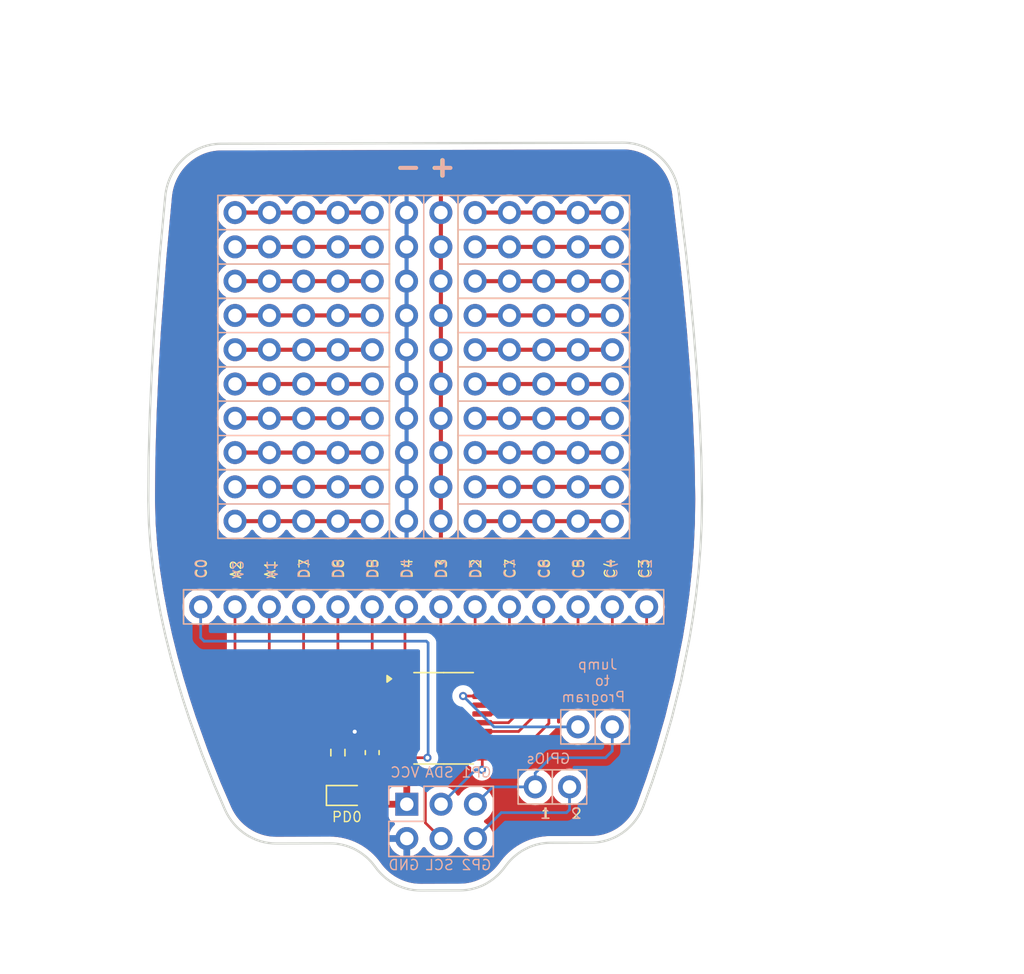
<source format=kicad_pcb>
(kicad_pcb (version 20240108) (generator "pcbnew") (generator_version "8.0")
  (layers (0 "F.Cu" signal) (31 "B.Cu" signal) (34 "B.Paste" user) (35 "F.Paste" user) (36 "B.SilkS" user "B.Silkscreen") (37 "F.SilkS" user "F.Silkscreen") (38 "B.Mask" user) (39 "F.Mask" user) (44 "Edge.Cuts" user))
  (net 0 "")
  (net 1 "GND")
  (net 2 "VCC")
  (net 3 "Net-(D1-K)")
  (net 4 "Net-(J1-SCL)")
  (net 5 "Net-(J1-GPIO1)")
  (net 6 "Net-(J1-SDA)")
  (net 7 "Net-(J1-GPIO2)")
  (net 8 "Net-(J2-Pin_1)")
  (net 9 "/PC0")
  (net 10 "Net-(U1-PD0)")
  (net 11 "/PA1")
  (net 12 "/PA2")
  (net 13 "/PD5")
  (net 14 "/PD4")
  (net 15 "/PD7")
  (net 16 "/PD6")
  (net 17 "/PD2")
  (net 18 "/PD3")
  (net 19 "/PC7")
  (net 20 "/PC5")
  (net 21 "/PC4")
  (net 22 "/PC6")
  (net 23 "/PC3")
  (net 24 "row1")
  (net 25 "row2")
  (net 26 "row3")
  (net 27 "row11")
  (footprint "Capacitor_SMD:C_0603_1608Metric" (layer "F.Cu") (at 139.7 117.475 90)
    (property "Reference" "C1" (hide yes))
    (property "Value" "100 nF" (hide yes))
  )
  (footprint "Library:PinHeader_1x10_P2.54mm_Vertical" (layer "F.Cu") (at 144.785 77.47)
    (property "Reference" "REF**" (hide yes))
    (property "Value" "PinHeader_1x10_P2.54mm_Vertical" (hide yes))
  )
  (footprint "Library:PinHeader_1x05_P2.54mm_Row" (layer "F.Cu") (at 129.545 87.63 90)
    (property "Reference" "REF**" (hide yes))
    (property "Value" "PinHeader_1x05_P2.54mm_Row" (hide yes))
  )
  (footprint "Library:PinHeader_1x05_P2.54mm_Row" (layer "F.Cu") (at 157.48 90.17 -90)
    (property "Reference" "REF**" (hide yes))
    (property "Value" "PinHeader_1x05_P2.54mm_Row" (hide yes))
  )
  (footprint "Library:PinHeader_1x05_P2.54mm_Row" (layer "F.Cu") (at 129.545 77.47 90)
    (property "Reference" "REF**" (hide yes))
    (property "Value" "PinHeader_1x05_P2.54mm_Row" (hide yes))
  )
  (footprint "Library:PinHeader_1x05_P2.54mm_Row" (layer "F.Cu") (at 157.48 77.47 -90)
    (property "Reference" "REF**" (hide yes))
    (property "Value" "PinHeader_1x05_P2.54mm_Row" (hide yes))
  )
  (footprint "Library:PinHeader_1x05_P2.54mm_Row" (layer "F.Cu") (at 129.545 92.71 90)
    (property "Reference" "REF**" (hide yes))
    (property "Value" "PinHeader_1x05_P2.54mm_Row" (hide yes))
  )
  (footprint "Library:PinHeader_1x02_P2.54mm" (layer "F.Cu") (at 154.935 115.57 90)
    (property "Reference" "J2" (hide yes))
    (property "Value" "Programming: Jump Me" (hide yes))
  )
  (footprint "Library:PinHeader_1x05_P2.54mm_Row" (layer "F.Cu") (at 157.48 80.01 -90)
    (property "Reference" "REF**" (hide yes))
    (property "Value" "PinHeader_1x05_P2.54mm_Row" (hide yes))
  )
  (footprint "Library:PinHeader_1x05_P2.54mm_Row" (layer "F.Cu") (at 129.545 80.01 90)
    (property "Reference" "REF**" (hide yes))
    (property "Value" "PinHeader_1x05_P2.54mm_Row" (hide yes))
  )
  (footprint "Library:PinHeader_1x05_P2.54mm_Row" (layer "F.Cu") (at 157.48 97.79 -90)
    (property "Reference" "REF**" (hide yes))
    (property "Value" "PinHeader_1x05_P2.54mm_Row" (hide yes))
  )
  (footprint "Package_SO:TSSOP-20_4.4x6.5mm_P0.65mm" (layer "F.Cu") (at 144.9875 114.935)
    (property "Reference" "U1" (hide yes))
    (property "Value" "CH32V003FxPx" (hide yes))
  )
  (footprint "LED_SMD:LED_0603_1608Metric" (layer "F.Cu") (at 137.795 120.65)
    (property "Reference" "D1" (hide yes))
    (property "Value" "LED" (hide yes))
  )
  (footprint "Library:PinHeader_1x05_P2.54mm_Row" (layer "F.Cu") (at 129.545 100.33 90)
    (property "Reference" "REF**" (hide yes))
    (property "Value" "PinHeader_1x05_P2.54mm_Row" (hide yes))
  )
  (footprint "Library:PinHeader_1x05_P2.54mm_Row" (layer "F.Cu") (at 129.545 97.79 90)
    (property "Reference" "REF**" (hide yes))
    (property "Value" "PinHeader_1x05_P2.54mm_Row" (hide yes))
  )
  (footprint "Library:PinHeader_1x05_P2.54mm_Row" (layer "F.Cu") (at 157.48 87.63 -90)
    (property "Reference" "REF**" (hide yes))
    (property "Value" "PinHeader_1x05_P2.54mm_Row" (hide yes))
  )
  (footprint "Library:PinHeader_1x05_P2.54mm_Row" (layer "F.Cu") (at 157.48 82.55 -90)
    (property "Reference" "REF**" (hide yes))
    (property "Value" "PinHeader_1x05_P2.54mm_Row" (hide yes))
  )
  (footprint "Library:PinHeader_1x05_P2.54mm_Row" (layer "F.Cu") (at 129.545 95.25 90)
    (property "Reference" "REF**" (hide yes))
    (property "Value" "PinHeader_1x05_P2.54mm_Row" (hide yes))
  )
  (footprint "Library:PinHeader_1x10_P2.54mm_Vertical" (layer "F.Cu") (at 142.245 77.47)
    (property "Reference" "REF**" (hide yes))
    (property "Value" "PinHeader_1x10_P2.54mm_Vertical" (hide yes))
  )
  (footprint "Library:PinHeader_1x05_P2.54mm_Row" (layer "F.Cu") (at 157.48 95.25 -90)
    (property "Reference" "REF**" (hide yes))
    (property "Value" "PinHeader_1x05_P2.54mm_Row" (hide yes))
  )
  (footprint "Library:PinHeader_1x05_P2.54mm_Row" (layer "F.Cu") (at 157.48 100.33 -90)
    (property "Reference" "REF**" (hide yes))
    (property "Value" "PinHeader_1x05_P2.54mm_Row" (hide yes))
  )
  (footprint "Library:PinHeader_1x14_P2.54mm" (layer "F.Cu") (at 127 106.68 90)
    (property "Reference" "J4" (hide yes))
    (property "Value" "Jumpers" (hide yes))
  )
  (footprint "Library:PinHeader_1x05_P2.54mm_Row" (layer "F.Cu") (at 129.545 82.55 90)
    (property "Reference" "REF**" (hide yes))
    (property "Value" "PinHeader_1x05_P2.54mm_Row" (hide yes))
  )
  (footprint "Fiducial:Fiducial_1mm_Mask2mm" (layer "F.Cu") (at 132.334 121.92)
    (property "Reference" "FID1" (hide yes))
    (property "Value" "Fiducial" (hide yes))
  )
  (footprint "Resistor_SMD:R_0603_1608Metric" (layer "F.Cu") (at 137.16 117.475 90)
    (property "Reference" "R2" (hide yes))
    (property "Value" "R" (hide yes))
  )
  (footprint "Library:PinHeader_1x05_P2.54mm_Row" (layer "F.Cu") (at 129.545 85.09 90)
    (property "Reference" "REF**" (hide yes))
    (property "Value" "PinHeader_1x05_P2.54mm_Row" (hide yes))
  )
  (footprint "Library:PinHeader_1x05_P2.54mm_Row" (layer "F.Cu") (at 157.48 85.09 -90)
    (property "Reference" "REF**" (hide yes))
    (property "Value" "PinHeader_1x05_P2.54mm_Row" (hide yes))
  )
  (footprint "Library:PinHeader_1x05_P2.54mm_Row" (layer "F.Cu") (at 157.48 92.71 -90)
    (property "Reference" "REF**" (hide yes))
    (property "Value" "PinHeader_1x05_P2.54mm_Row" (hide yes))
  )
  (footprint "Fiducial:Fiducial_1mm_Mask2mm" (layer "F.Cu") (at 157.734 120.015)
    (property "Reference" "FID2" (hide yes))
    (property "Value" "Fiducial" (hide yes))
  )
  (footprint "Library:PinHeader_1x02_P2.54mm" (layer "F.Cu") (at 154.31 120.015 -90)
    (property "Reference" "J3" (hide yes))
    (property "Value" "GPIOs" (hide yes))
  )
  (footprint "Library:PinHeader_1x05_P2.54mm_Row" (layer "F.Cu") (at 129.545 90.17 90)
    (property "Reference" "REF**" (hide yes))
    (property "Value" "PinHeader_1x05_P2.54mm_Row" (hide yes))
  )
  (footprint "Connector_PinHeader_2.54mm:PinHeader_2x03_P2.54mm_Vertical" (layer "B.Cu") (at 142.26 121.3 -90)
    (property "Reference" "J1" (hide yes))
    (property "Value" "Simple_Addon_v2" (hide yes))
  )
  (gr_poly (pts (xy 158.459941 72.293969) (xy 158.653203 72.30732) (xy 158.844173 72.329715) (xy 159.032635 72.360959) (xy 159.218371 72.400857) (xy 159.401163 72.449214) (xy 159.580794 72.505835) (xy 159.757046 72.570525) (xy 159.929701 72.64309) (xy 160.098542 72.723333) (xy 160.263351 72.811062) (xy 160.423911 72.906079) (xy 160.580005 73.008192) (xy 160.731414 73.117203) (xy 160.877921 73.23292) (xy 161.019308 73.355147) (xy 161.155358 73.483688) (xy 161.285854 73.618349) (xy 161.410577 73.758936) (xy 161.52931 73.905252) (xy 161.641836 74.057104) (xy 161.747937 74.214296) (xy 161.847395 74.376633) (xy 161.939993 74.54392) (xy 162.025514 74.715964) (xy 162.103739 74.892567) (xy 162.174451 75.073537) (xy 162.237433 75.258677) (xy 162.292466 75.447793) (xy 162.339334 75.640689) (xy 162.377819 75.837172) (xy 162.407703 76.037046) (xy 162.946338 80.577331) (xy 163.229136 83.289779) (xy 163.498952 86.210444) (xy 163.739313 89.274336) (xy 163.933743 92.416466) (xy 164.065768 95.571843) (xy 164.118911 98.675477) (xy 164.092185 100.505656) (xy 164.006197 102.303671) (xy 163.866677 104.064721) (xy 163.679358 105.784005) (xy 163.449971 107.456721) (xy 163.184249 109.078068) (xy 162.566727 112.147449) (xy 161.872647 114.953736) (xy 161.147864 117.458519) (xy 160.438234 119.623386) (xy 159.789611 121.409927) (xy 159.728103 121.562897) (xy 159.661437 121.712447) (xy 159.589744 121.858485) (xy 159.513158 122.000917) (xy 159.431811 122.139651) (xy 159.345836 122.274593) (xy 159.255365 122.405651) (xy 159.16053 122.532732) (xy 159.061465 122.655742) (xy 158.958301 122.77459) (xy 158.851171 122.889182) (xy 158.740208 122.999425) (xy 158.625545 123.105226) (xy 158.507313 123.206493) (xy 158.385645 123.303132) (xy 158.260674 123.395051) (xy 158.132533 123.482157) (xy 158.001353 123.564356) (xy 157.867268 123.641556) (xy 157.73041 123.713664) (xy 157.590911 123.780588) (xy 157.448904 123.842233) (xy 157.304522 123.898508) (xy 157.157897 123.949319) (xy 157.009161 123.994573) (xy 156.858448 124.034178) (xy 156.705889 124.068041) (xy 156.551617 124.096068) (xy 156.395764 124.118168) (xy 156.238464 124.134246) (xy 156.079849 124.14421) (xy 155.920051 124.147968) (xy 152.900209 124.154842) (xy 152.662741 124.1626) (xy 152.427488 124.184127) (xy 152.194944 124.219173) (xy 151.965603 124.267484) (xy 151.739957 124.328811) (xy 151.518501 124.402901) (xy 151.301727 124.489503) (xy 151.090129 124.588365) (xy 150.884201 124.699236) (xy 150.684436 124.821865) (xy 150.491327 124.956) (xy 150.305368 125.101389) (xy 150.127053 125.257781) (xy 149.956875 125.424925) (xy 149.795326 125.602569) (xy 149.642902 125.790462) (xy 149.450305 126.045963) (xy 149.297836 126.234486) (xy 149.136179 126.412675) (xy 148.965841 126.58028) (xy 148.787332 126.737048) (xy 148.60116 126.882729) (xy 148.407834 127.017072) (xy 148.207863 127.139824) (xy 148.001755 127.250736) (xy 147.790018 127.349554) (xy 147.573162 127.436029) (xy 147.351696 127.509909) (xy 147.126126 127.570943) (xy 146.896964 127.618879) (xy 146.664716 127.653467) (xy 146.429892 127.674454) (xy 146.193 127.68159) (xy 143.287164 127.689689) (xy 143.040016 127.682801) (xy 142.795199 127.660956) (xy 142.553273 127.624437) (xy 142.314796 127.573529) (xy 142.080327 127.508515) (xy 141.850426 127.429679) (xy 141.62565 127.337304) (xy 141.40656 127.231675) (xy 141.193714 127.113075) (xy 140.987671 126.981788) (xy 140.78899 126.838097) (xy 140.59823 126.682287) (xy 140.41595 126.514641) (xy 140.242709 126.335443) (xy 140.079065 126.144977) (xy 139.925578 125.943527) (xy 139.772699 125.742083) (xy 139.609581 125.551622) (xy 139.436785 125.372429) (xy 139.254869 125.204787) (xy 139.064393 125.048981) (xy 138.865914 124.905292) (xy 138.659992 124.774007) (xy 138.447187 124.655407) (xy 138.228056 124.549778) (xy 138.00316 124.457402) (xy 137.773056 124.378564) (xy 137.538304 124.313547) (xy 137.299462 124.262635) (xy 137.057091 124.226112) (xy 136.811748 124.204262) (xy 136.563993 124.197368) (xy 132.593954 124.208324) (xy 132.291316 124.197791) (xy 131.993015 124.165091) (xy 131.700002 124.110825) (xy 131.413227 124.035597) (xy 131.133641 123.940009) (xy 130.862194 123.824662) (xy 130.599837 123.690161) (xy 130.34752 123.537106) (xy 130.106194 123.3661) (xy 129.876809 123.177746) (xy 129.660316 122.972647) (xy 129.457666 122.751404) (xy 129.269808 122.514619) (xy 129.097694 122.262896) (xy 128.942274 121.996837) (xy 128.804499 121.717044) (xy 127.998353 119.852769) (xy 127.092416 117.575318) (xy 126.150226 114.948175) (xy 125.685392 113.523308) (xy 125.235322 112.034825) (xy 124.807959 110.49066) (xy 124.411245 108.89875) (xy 124.053121 107.267031) (xy 123.741532 105.603436) (xy 123.484418 103.915903) (xy 123.289723 102.212366) (xy 123.165389 100.500761) (xy 123.119358 98.789024) (xy 123.147206 95.621085) (xy 123.237102 92.43914) (xy 123.376532 89.300154) (xy 123.552979 86.261091) (xy 123.966861 80.710592) (xy 124.378622 76.243357) (xy 124.403695 76.0389) (xy 124.437707 75.837747) (xy 124.480436 75.640105) (xy 124.53166 75.446183) (xy 124.591158 75.256189) (xy 124.658707 75.07033) (xy 124.734087 74.888814) (xy 124.817076 74.71185) (xy 124.907452 74.539645) (xy 125.004994 74.372407) (xy 125.109479 74.210343) (xy 125.220687 74.053663) (xy 125.338396 73.902573) (xy 125.462383 73.757281) (xy 125.592428 73.617996) (xy 125.728309 73.484925) (xy 125.869804 73.358277) (xy 126.016692 73.238258) (xy 126.168751 73.125077) (xy 126.325759 73.018943) (xy 126.487495 72.920062) (xy 126.653737 72.828642) (xy 126.824264 72.744892) (xy 126.998854 72.66902) (xy 127.177285 72.601232) (xy 127.359335 72.541738) (xy 127.544784 72.490745) (xy 127.733409 72.448461) (xy 127.92499 72.415094) (xy 128.119303 72.390851) (xy 128.316128 72.375941) (xy 128.515243 72.370572) (xy 158.264606 72.289856)) (stroke (width 0.165255)) (fill none) (layer "Edge.Cuts"))
  (gr_text "+" (at 146.05 74.93 0) (layer "B.SilkS") (effects (font (size 1.5 1.5) (thickness 0.3) (bold yes)) (justify left bottom mirror)))
  (gr_text "GP2\n" (at 148.59 126.238 0) (layer "B.SilkS") (effects (font (size 0.75 0.75) (thickness 0.1)) (justify left bottom mirror)))
  (gr_text "C4" (at 156.972 104.648 -90) (layer "B.SilkS") (effects (font (size 0.75 0.75) (thickness 0.1)) (justify left bottom mirror)))
  (gr_text "C5\n" (at 154.432 104.648 -90) (layer "B.SilkS") (effects (font (size 0.75 0.75) (thickness 0.1)) (justify left bottom mirror)))
  (gr_text "A1" (at 131.826 104.648 -90) (layer "B.SilkS") (effects (font (size 0.75 0.75) (thickness 0.1)) (justify left bottom mirror)))
  (gr_text "C6" (at 151.892 104.648 -90) (layer "B.SilkS") (effects (font (size 0.75 0.75) (thickness 0.1)) (justify left bottom mirror)))
  (gr_text "GND\n" (at 143.256 126.238 0) (layer "B.SilkS") (effects (font (size 0.75 0.75) (thickness 0.1)) (justify left bottom mirror)))
  (gr_text "SDA" (at 145.796 119.38 0) (layer "B.SilkS") (effects (font (size 0.75 0.75) (thickness 0.1)) (justify left bottom mirror)))
  (gr_text "C0" (at 126.492 104.648 -90) (layer "B.SilkS") (effects (font (size 0.75 0.75) (thickness 0.1)) (justify left bottom mirror)))
  (gr_text "A2" (at 129.286 104.648 -90) (layer "B.SilkS") (effects (font (size 0.75 0.75) (thickness 0.1)) (justify left bottom mirror)))
  (gr_text "1" (at 152.908 122.428 0) (layer "B.SilkS") (effects (font (size 0.75 0.75) (thickness 0.1)) (justify left bottom mirror)))
  (gr_text "C7" (at 149.352 104.648 -90) (layer "B.SilkS") (effects (font (size 0.75 0.75) (thickness 0.1)) (justify left bottom mirror)))
  (gr_text "GP1\n" (at 148.59 119.38 0) (layer "B.SilkS") (effects (font (size 0.75 0.75) (thickness 0.1)) (justify left bottom mirror)))
  (gr_text "D3" (at 144.272 104.648 -90) (layer "B.SilkS") (effects (font (size 0.75 0.75) (thickness 0.1)) (justify left bottom mirror)))
  (gr_text "VCC\n" (at 143.256 119.38 0) (layer "B.SilkS") (effects (font (size 0.75 0.75) (thickness 0.1)) (justify left bottom mirror)))
  (gr_text "-" (at 143.51 74.93 0) (layer "B.SilkS") (effects (font (size 1.5 1.5) (thickness 0.3) (bold yes)) (justify left bottom mirror)))
  (gr_text "SCL" (at 145.796 126.238 0) (layer "B.SilkS") (effects (font (size 0.75 0.75) (thickness 0.1)) (justify left bottom mirror)))
  (gr_text "D4" (at 141.732 104.648 -90) (layer "B.SilkS") (effects (font (size 0.75 0.75) (thickness 0.1)) (justify left bottom mirror)))
  (gr_text "D2" (at 146.812 104.648 -90) (layer "B.SilkS") (effects (font (size 0.75 0.75) (thickness 0.1)) (justify left bottom mirror)))
  (gr_text "D6" (at 136.652 104.648 -90) (layer "B.SilkS") (effects (font (size 0.75 0.75) (thickness 0.1)) (justify left bottom mirror)))
  (gr_text "C3" (at 159.512 104.648 -90) (layer "B.SilkS") (effects (font (size 0.75 0.75) (thickness 0.1)) (justify left bottom mirror)))
  (gr_text "GPIOs" (at 154.432 118.364 0) (layer "B.SilkS") (effects (font (size 0.75 0.75) (thickness 0.1)) (justify left bottom mirror)))
  (gr_text "2" (at 155.194 122.428 0) (layer "B.SilkS") (effects (font (size 0.75 0.75) (thickness 0.1)) (justify left bottom mirror)))
  (gr_text "D5" (at 139.192 104.648 -90) (layer "B.SilkS") (effects (font (size 0.75 0.75) (thickness 0.1)) (justify left bottom mirror)))
  (gr_text "D7" (at 134.112 104.648 -90) (layer "B.SilkS") (effects (font (size 0.75 0.75) (thickness 0.1)) (justify left bottom mirror)))
  (gr_text " Jump\n  to\nProgram" (at 158.496 113.792 0) (layer "B.SilkS") (effects (font (size 0.75 0.75) (thickness 0.1)) (justify left bottom mirror)))
  (gr_text "C6" (at 152.908 104.648 90) (layer "F.SilkS") (effects (font (size 0.75 0.75) (thickness 0.1)) (justify left bottom)))
  (gr_text "C4" (at 157.734 104.648 90) (layer "F.SilkS") (effects (font (size 0.75 0.75) (thickness 0.1)) (justify left bottom)))
  (gr_text "A1" (at 132.588 104.648 90) (layer "F.SilkS") (effects (font (size 0.75 0.75) (thickness 0.1)) (justify left bottom)))
  (gr_text "+" (at 143.764 74.93 0) (layer "F.SilkS") (effects (font (size 1.5 1.5) (thickness 0.3) (bold yes)) (justify left bottom)))
  (gr_text "D6" (at 137.668 104.648 90) (layer "F.SilkS") (effects (font (size 0.75 0.75) (thickness 0.1)) (justify left bottom)))
  (gr_text "C0" (at 127.508 104.648 90) (layer "F.SilkS") (effects (font (size 0.75 0.75) (thickness 0.1)) (justify left bottom)))
  (gr_text "-" (at 141.224 74.93 0) (layer "F.SilkS") (effects (font (size 1.5 1.5) (thickness 0.3) (bold yes)) (justify left bottom)))
  (gr_text "D2" (at 147.828 104.648 90) (layer "F.SilkS") (effects (font (size 0.75 0.75) (thickness 0.1)) (justify left bottom)))
  (gr_text "2\n" (at 154.432 122.428 0) (layer "F.SilkS") (effects (font (size 0.75 0.75) (thickness 0.1)) (justify left bottom)))
  (gr_text "C7" (at 150.368 104.648 90) (layer "F.SilkS") (effects (font (size 0.75 0.75) (thickness 0.1)) (justify left bottom)))
  (gr_text "D7" (at 135.128 104.648 90) (layer "F.SilkS") (effects (font (size 0.75 0.75) (thickness 0.1)) (justify left bottom)))
  (gr_text "C5\n" (at 155.448 104.648 90) (layer "F.SilkS") (effects (font (size 0.75 0.75) (thickness 0.1)) (justify left bottom)))
  (gr_text "D5" (at 140.208 104.648 90) (layer "F.SilkS") (effects (font (size 0.75 0.75) (thickness 0.1)) (justify left bottom)))
  (gr_text "D4" (at 142.748 104.648 90) (layer "F.SilkS") (effects (font (size 0.75 0.75) (thickness 0.1)) (justify left bottom)))
  (gr_text "D3" (at 145.288 104.648 90) (layer "F.SilkS") (effects (font (size 0.75 0.75) (thickness 0.1)) (justify left bottom)))
  (gr_text "PD0" (at 136.652 122.682 0) (layer "F.SilkS") (effects (font (size 0.75 0.75) (thickness 0.1)) (justify left bottom)))
  (gr_text "C3" (at 160.274 104.648 90) (layer "F.SilkS") (effects (font (size 0.75 0.75) (thickness 0.1)) (justify left bottom)))
  (gr_text "1" (at 152.146 122.428 0) (layer "F.SilkS") (effects (font (size 0.75 0.75) (thickness 0.1)) (justify left bottom)))
  (gr_text "A2" (at 130.048 104.648 90) (layer "F.SilkS") (effects (font (size 0.75 0.75) (thickness 0.1)) (justify left bottom)))
  (segment (start 152.4 92.71) (end 149.86 92.71) (width 0.3048) (layer "F.Cu") (net 0))
  (segment (start 129.545 97.79) (end 132.085 97.79) (width 0.3048) (layer "F.Cu") (net 0))
  (segment (start 157.48 97.79) (end 154.94 97.79) (width 0.3048) (layer "F.Cu") (net 0))
  (segment (start 134.625 97.79) (end 137.165 97.79) (width 0.3048) (layer "F.Cu") (net 0))
  (segment (start 154.94 82.55) (end 152.4 82.55) (width 0.3048) (layer "F.Cu") (net 0))
  (segment (start 147.32 87.63) (end 149.86 87.63) (width 0.3048) (layer "F.Cu") (net 0))
  (segment (start 147.32 80.01) (end 149.86 80.01) (width 0.3048) (layer "F.Cu") (net 0))
  (segment (start 132.085 92.71) (end 134.625 92.71) (width 0.3048) (layer "F.Cu") (net 0))
  (segment (start 139.705 95.25) (end 137.165 95.25) (width 0.3048) (layer "F.Cu") (net 0))
  (segment (start 152.4 87.63) (end 149.86 87.63) (width 0.3048) (layer "F.Cu") (net 0))
  (segment (start 137.165 95.25) (end 134.625 95.25) (width 0.3048) (layer "F.Cu") (net 0))
  (segment (start 149.86 95.25) (end 152.4 95.25) (width 0.3048) (layer "F.Cu") (net 0))
  (segment (start 154.94 85.09) (end 157.48 85.09) (width 0.3048) (layer "F.Cu") (net 0))
  (segment (start 147.32 100.33) (end 149.86 100.33) (width 0.3048) (layer "F.Cu") (net 0))
  (segment (start 152.4 95.25) (end 154.94 95.25) (width 0.3048) (layer "F.Cu") (net 0))
  (segment (start 132.085 90.17) (end 129.545 90.17) (width 0.3048) (layer "F.Cu") (net 0))
  (segment (start 154.94 95.25) (end 157.48 95.25) (width 0.3048) (layer "F.Cu") (net 0))
  (segment (start 132.085 95.25) (end 129.545 95.25) (width 0.3048) (layer "F.Cu") (net 0))
  (segment (start 139.705 90.17) (end 137.165 90.17) (width 0.3048) (layer "F.Cu") (net 0))
  (segment (start 149.86 92.71) (end 147.32 92.71) (width 0.3048) (layer "F.Cu") (net 0))
  (segment (start 152.4 100.33) (end 154.94 100.33) (width 0.3048) (layer "F.Cu") (net 0))
  (segment (start 129.545 87.63) (end 132.085 87.63) (width 0.3048) (layer "F.Cu") (net 0))
  (segment (start 129.545 92.71) (end 132.085 92.71) (width 0.3048) (layer "F.Cu") (net 0))
  (segment (start 137.165 85.09) (end 134.625 85.09) (width 0.3048) (layer "F.Cu") (net 0))
  (segment (start 132.085 85.09) (end 129.545 85.09) (width 0.3048) (layer "F.Cu") (net 0))
  (segment (start 152.4 97.79) (end 154.94 97.79) (width 0.3048) (layer "F.Cu") (net 0))
  (segment (start 157.48 92.71) (end 154.94 92.71) (width 0.3048) (layer "F.Cu") (net 0))
  (segment (start 137.165 100.33) (end 134.625 100.33) (width 0.3048) (layer "F.Cu") (net 0))
  (segment (start 137.165 87.63) (end 139.705 87.63) (width 0.3048) (layer "F.Cu") (net 0))
  (segment (start 134.625 90.17) (end 132.085 90.17) (width 0.3048) (layer "F.Cu") (net 0))
  (segment (start 154.94 92.71) (end 152.4 92.71) (width 0.3048) (layer "F.Cu") (net 0))
  (segment (start 134.625 87.63) (end 137.165 87.63) (width 0.3048) (layer "F.Cu") (net 0))
  (segment (start 132.085 87.63) (end 134.625 87.63) (width 0.3048) (layer "F.Cu") (net 0))
  (segment (start 132.085 97.79) (end 134.625 97.79) (width 0.3048) (layer "F.Cu") (net 0))
  (segment (start 154.94 80.01) (end 157.48 80.01) (width 0.3048) (layer "F.Cu") (net 0))
  (segment (start 154.94 100.33) (end 157.48 100.33) (width 0.3048) (layer "F.Cu") (net 0))
  (segment (start 154.94 87.63) (end 152.4 87.63) (width 0.3048) (layer "F.Cu") (net 0))
  (segment (start 147.32 95.25) (end 149.86 95.25) (width 0.3048) (layer "F.Cu") (net 0))
  (segment (start 134.625 85.09) (end 132.085 85.09) (width 0.3048) (layer "F.Cu") (net 0))
  (segment (start 139.705 100.33) (end 137.165 100.33) (width 0.3048) (layer "F.Cu") (net 0))
  (segment (start 149.86 97.79) (end 147.32 97.79) (width 0.3048) (layer "F.Cu") (net 0))
  (segment (start 134.625 95.25) (end 132.085 95.25) (width 0.3048) (layer "F.Cu") (net 0))
  (segment (start 149.86 85.09) (end 152.4 85.09) (width 0.3048) (layer "F.Cu") (net 0))
  (segment (start 139.705 85.09) (end 137.165 85.09) (width 0.3048) (layer "F.Cu") (net 0))
  (segment (start 152.4 80.01) (end 154.94 80.01) (width 0.3048) (layer "F.Cu") (net 0))
  (segment (start 157.48 82.55) (end 154.94 82.55) (width 0.3048) (layer "F.Cu") (net 0))
  (segment (start 132.085 100.33) (end 129.545 100.33) (width 0.3048) (layer "F.Cu") (net 0))
  (segment (start 134.625 100.33) (end 132.085 100.33) (width 0.3048) (layer "F.Cu") (net 0))
  (segment (start 149.86 82.55) (end 147.32 82.55) (width 0.3048) (layer "F.Cu") (net 0))
  (segment (start 154.94 90.17) (end 157.48 90.17) (width 0.3048) (layer "F.Cu") (net 0))
  (segment (start 157.48 87.63) (end 154.94 87.63) (width 0.3048) (layer "F.Cu") (net 0))
  (segment (start 152.4 85.09) (end 154.94 85.09) (width 0.3048) (layer "F.Cu") (net 0))
  (segment (start 149.86 100.33) (end 152.4 100.33) (width 0.3048) (layer "F.Cu") (net 0))
  (segment (start 147.32 90.17) (end 149.86 90.17) (width 0.3048) (layer "F.Cu") (net 0))
  (segment (start 137.165 97.79) (end 139.705 97.79) (width 0.3048) (layer "F.Cu") (net 0))
  (segment (start 152.4 82.55) (end 149.86 82.55) (width 0.3048) (layer "F.Cu") (net 0))
  (segment (start 152.4 97.79) (end 149.86 97.79) (width 0.3048) (layer "F.Cu") (net 0))
  (segment (start 149.86 80.01) (end 152.4 80.01) (width 0.3048) (layer "F.Cu") (net 0))
  (segment (start 147.32 85.09) (end 149.86 85.09) (width 0.3048) (layer "F.Cu") (net 0))
  (segment (start 137.165 92.71) (end 139.705 92.71) (width 0.3048) (layer "F.Cu") (net 0))
  (segment (start 134.625 92.71) (end 137.165 92.71) (width 0.3048) (layer "F.Cu") (net 0))
  (segment (start 137.165 90.17) (end 134.625 90.17) (width 0.3048) (layer "F.Cu") (net 0))
  (segment (start 152.4 90.17) (end 149.86 90.17) (width 0.3048) (layer "F.Cu") (net 0))
  (segment (start 152.4 90.17) (end 154.94 90.17) (width 0.3048) (layer "F.Cu") (net 0))
  (segment (start 140.49 115.91) (end 139.7 116.7) (width 0.3048) (layer "F.Cu") (net 1))
  (segment (start 139.179 116.7) (end 138.4046 115.9256) (width 0.3048) (layer "F.Cu") (net 1))
  (segment (start 142.125 115.91) (end 140.49 115.91) (width 0.3048) (layer "F.Cu") (net 1))
  (segment (start 139.179 116.7) (end 139.7 116.7) (width 0.3048) (layer "F.Cu") (net 1))
  (via (at 138.4046 115.9256) (size 0.6) (drill 0.3) (layers "F.Cu" "B.Cu") (net 1))
  (segment (start 142.245 85.09) (end 142.245 87.63) (width 0.3048) (layer "B.Cu") (net 1))
  (segment (start 142.245 100.33) (end 142.245 103.3068) (width 0.3048) (layer "B.Cu") (net 1))
  (segment (start 142.245 77.47) (end 142.245 74.4932) (width 0.3048) (layer "B.Cu") (net 1))
  (segment (start 142.245 74.4932) (end 142.367 74.3712) (width 0.3048) (layer "B.Cu") (net 1))
  (segment (start 142.245 90.17) (end 142.245 92.71) (width 0.3048) (layer "B.Cu") (net 1))
  (segment (start 142.245 87.63) (end 142.245 90.17) (width 0.3048) (layer "B.Cu") (net 1))
  (segment (start 142.245 82.55) (end 142.245 85.09) (width 0.3048) (layer "B.Cu") (net 1))
  (segment (start 142.245 92.71) (end 142.245 95.25) (width 0.3048) (layer "B.Cu") (net 1))
  (segment (start 142.245 103.3068) (end 142.2654 103.3272) (width 0.3048) (layer "B.Cu") (net 1))
  (segment (start 142.245 80.01) (end 142.245 82.55) (width 0.3048) (layer "B.Cu") (net 1))
  (segment (start 142.245 103.3068) (end 142.2654 103.3272) (width 0.3048) (layer "B.Cu") (net 1))
  (segment (start 142.245 97.79) (end 142.245 100.33) (width 0.3048) (layer "B.Cu") (net 1))
  (segment (start 142.245 77.47) (end 142.245 80.01) (width 0.3048) (layer "B.Cu") (net 1))
  (segment (start 142.245 95.25) (end 142.245 97.79) (width 0.3048) (layer "B.Cu") (net 1))
  (segment (start 144.785 85.09) (end 144.785 82.55) (width 0.3048) (layer "F.Cu") (net 2))
  (segment (start 142.26 121.3) (end 139.2325 121.3) (width 0.3048) (layer "F.Cu") (net 2))
  (segment (start 144.785 87.63) (end 144.785 85.09) (width 0.3048) (layer "F.Cu") (net 2))
  (segment (start 144.785 97.79) (end 144.785 95.25) (width 0.3048) (layer "F.Cu") (net 2))
  (segment (start 144.785 102.9258) (end 144.8054 102.9462) (width 0.3048) (layer "F.Cu") (net 2))
  (segment (start 144.785 74.5286) (end 144.7292 74.4728) (width 0.3048) (layer "F.Cu") (net 2))
  (segment (start 144.785 100.33) (end 144.785 97.79) (width 0.3048) (layer "F.Cu") (net 2))
  (segment (start 144.785 77.47) (end 144.785 74.5286) (width 0.3048) (layer "F.Cu") (net 2))
  (segment (start 144.785 95.25) (end 144.785 92.71) (width 0.3048) (layer "F.Cu") (net 2))
  (segment (start 144.785 102.9258) (end 144.8054 102.9462) (width 0.3048) (layer "F.Cu") (net 2))
  (segment (start 144.785 100.33) (end 144.785 102.9258) (width 0.3048) (layer "F.Cu") (net 2))
  (segment (start 144.785 92.71) (end 144.785 90.17) (width 0.3048) (layer "F.Cu") (net 2))
  (segment (start 139.94617 118.25) (end 139.7 118.25) (width 0.3048) (layer "F.Cu") (net 2))
  (segment (start 144.785 90.17) (end 144.785 87.63) (width 0.3048) (layer "F.Cu") (net 2))
  (segment (start 140.98617 117.21) (end 139.94617 118.25) (width 0.3048) (layer "F.Cu") (net 2))
  (segment (start 144.785 80.01) (end 144.785 77.47) (width 0.3048) (layer "F.Cu") (net 2))
  (segment (start 144.785 82.55) (end 144.785 80.01) (width 0.3048) (layer "F.Cu") (net 2))
  (segment (start 142.125 117.21) (end 140.98617 117.21) (width 0.3048) (layer "F.Cu") (net 2))
  (segment (start 139.2325 121.3) (end 138.5825 120.65) (width 0.3048) (layer "F.Cu") (net 2))
  (segment (start 144.907 92.837) (end 144.785 92.959) (width 0.3048) (layer "B.Cu") (net 2))
  (segment (start 144.785 92.715) (end 144.907 92.837) (width 0.3048) (layer "B.Cu") (net 2))
  (segment (start 144.785 92.71) (end 144.785 92.715) (width 0.3048) (layer "B.Cu") (net 2))
  (segment (start 137.0075 120.65) (end 137.0075 118.4525) (width 0.3048) (layer "F.Cu") (net 3))
  (segment (start 137.0075 118.4525) (end 137.16 118.3) (width 0.3048) (layer "F.Cu") (net 3))
  (segment (start 147.85 117.21) (end 146.569 117.21) (width 0.2032) (layer "F.Cu") (net 4))
  (segment (start 146.569 117.21) (end 143.637 120.142) (width 0.2032) (layer "F.Cu") (net 4))
  (segment (start 143.637 120.142) (end 143.637 122.677) (width 0.2032) (layer "F.Cu") (net 4))
  (segment (start 143.637 122.677) (end 144.8 123.84) (width 0.2032) (layer "F.Cu") (net 4))
  (segment (start 147.34 121.3) (end 148.625 120.015) (width 0.2032) (layer "B.Cu") (net 5))
  (segment (start 156.972 117.856) (end 152.908 117.856) (width 0.2032) (layer "B.Cu") (net 5))
  (segment (start 157.475 115.57) (end 157.475 117.353) (width 0.2032) (layer "B.Cu") (net 5))
  (segment (start 152.908 117.856) (end 151.77 118.994) (width 0.2032) (layer "B.Cu") (net 5))
  (segment (start 148.625 120.015) (end 151.77 120.015) (width 0.2032) (layer "B.Cu") (net 5))
  (segment (start 151.77 118.994) (end 151.77 120.015) (width 0.2032) (layer "B.Cu") (net 5))
  (segment (start 157.475 117.353) (end 156.972 117.856) (width 0.2032) (layer "B.Cu") (net 5))
  (segment (start 147.85 118.723) (end 147.828 118.745) (width 0.2032) (layer "F.Cu") (net 6))
  (segment (start 147.85 117.86) (end 147.85 118.723) (width 0.2032) (layer "F.Cu") (net 6))
  (via (at 147.828 118.745) (size 0.6) (drill 0.3) (layers "F.Cu" "B.Cu") (net 6))
  (segment (start 144.8 121.3) (end 147.355 118.745) (width 0.2032) (layer "B.Cu") (net 6))
  (segment (start 147.355 118.745) (end 147.828 118.745) (width 0.2032) (layer "B.Cu") (net 6))
  (segment (start 147.34 123.84) (end 147.609 123.571) (width 0.1524) (layer "F.Cu") (net 7))
  (segment (start 154.31 121.7032) (end 154.31 120.015) (width 0.2032) (layer "B.Cu") (net 7))
  (segment (start 149.26 121.92) (end 154.0932 121.92) (width 0.2032) (layer "B.Cu") (net 7))
  (segment (start 154.0932 121.92) (end 154.31 121.7032) (width 0.2032) (layer "B.Cu") (net 7))
  (segment (start 147.34 123.84) (end 149.26 121.92) (width 0.2032) (layer "B.Cu") (net 7))
  (segment (start 146.431 113.284) (end 147.824 113.284) (width 0.2032) (layer "F.Cu") (net 8))
  (segment (start 147.824 113.284) (end 147.85 113.31) (width 0.2032) (layer "F.Cu") (net 8))
  (via (at 146.431 113.284) (size 0.6) (drill 0.3) (layers "F.Cu" "B.Cu") (net 8))
  (segment (start 148.717 115.57) (end 146.431 113.284) (width 0.2032) (layer "B.Cu") (net 8))
  (segment (start 154.935 115.57) (end 148.717 115.57) (width 0.2032) (layer "B.Cu") (net 8))
  (segment (start 143.7894 117.856) (end 142.129 117.856) (width 0.2032) (layer "F.Cu") (net 9))
  (segment (start 142.129 117.856) (end 142.125 117.86) (width 0.2032) (layer "F.Cu") (net 9))
  (via (at 143.7894 117.856) (size 0.6) (drill 0.3) (layers "F.Cu" "B.Cu") (net 9))
  (segment (start 127.254 109.22) (end 127 108.966) (width 0.2032) (layer "B.Cu") (net 9))
  (segment (start 132.207 109.22) (end 127.254 109.22) (width 0.2032) (layer "B.Cu") (net 9))
  (segment (start 143.8402 109.347) (end 143.8402 117.8052) (width 0.2032) (layer "B.Cu") (net 9))
  (segment (start 143.7132 109.22) (end 143.8402 109.347) (width 0.2032) (layer "B.Cu") (net 9))
  (segment (start 132.207 109.22) (end 143.7132 109.22) (width 0.2032) (layer "B.Cu") (net 9))
  (segment (start 127 108.966) (end 127 106.68) (width 0.2032) (layer "B.Cu") (net 9))
  (segment (start 143.8402 117.8052) (end 143.7894 117.856) (width 0.2032) (layer "B.Cu") (net 9))
  (segment (start 140.163838 117.4262) (end 137.9362 117.4262) (width 0.1524) (layer "F.Cu") (net 10))
  (segment (start 140.163838 117.4262) (end 141.030038 116.56) (width 0.1524) (layer "F.Cu") (net 10))
  (segment (start 141.030038 116.56) (end 142.125 116.56) (width 0.1524) (layer "F.Cu") (net 10))
  (segment (start 137.9362 117.4262) (end 137.16 116.65) (width 0.1524) (layer "F.Cu") (net 10))
  (segment (start 142.125 114.61) (end 134.168 114.61) (width 0.2032) (layer "F.Cu") (net 11))
  (segment (start 134.168 114.61) (end 132.08 112.522) (width 0.2032) (layer "F.Cu") (net 11))
  (segment (start 132.08 112.522) (end 132.08 106.68) (width 0.2032) (layer "F.Cu") (net 11))
  (segment (start 142.125 115.26) (end 131.643 115.26) (width 0.2032) (layer "F.Cu") (net 12))
  (segment (start 131.643 115.26) (end 129.54 113.157) (width 0.2032) (layer "F.Cu") (net 12))
  (segment (start 129.54 113.157) (end 129.54 106.68) (width 0.2032) (layer "F.Cu") (net 12))
  (segment (start 139.7 111.506) (end 139.7 106.68) (width 0.2032) (layer "F.Cu") (net 13))
  (segment (start 142.125 112.66) (end 141.387501 112.66) (width 0.2032) (layer "F.Cu") (net 13))
  (segment (start 141.376501 112.649) (end 140.843 112.649) (width 0.2032) (layer "F.Cu") (net 13))
  (segment (start 140.843 112.649) (end 139.7 111.506) (width 0.2032) (layer "F.Cu") (net 13))
  (segment (start 141.387501 112.66) (end 141.376501 112.649) (width 0.2032) (layer "F.Cu") (net 13))
  (segment (start 142.125 106.795) (end 142.24 106.68) (width 0.2032) (layer "F.Cu") (net 14))
  (segment (start 142.125 112.01) (end 142.125 106.795) (width 0.2032) (layer "F.Cu") (net 14))
  (segment (start 142.125 113.96) (end 136.439 113.96) (width 0.2032) (layer "F.Cu") (net 15))
  (segment (start 134.62 112.141) (end 134.62 106.68) (width 0.2032) (layer "F.Cu") (net 15))
  (segment (start 136.439 113.96) (end 134.62 112.141) (width 0.2032) (layer "F.Cu") (net 15))
  (segment (start 137.16 111.125) (end 137.16 106.68) (width 0.2032) (layer "F.Cu") (net 16))
  (segment (start 142.125 113.31) (end 139.345 113.31) (width 0.2032) (layer "F.Cu") (net 16))
  (segment (start 139.345 113.31) (end 137.16 111.125) (width 0.2032) (layer "F.Cu") (net 16))
  (segment (start 149.225 111.125) (end 147.32 109.22) (width 0.2032) (layer "F.Cu") (net 17))
  (segment (start 147.85 112.66) (end 148.833 112.66) (width 0.2032) (layer "F.Cu") (net 17))
  (segment (start 149.225 112.268) (end 149.225 111.125) (width 0.2032) (layer "F.Cu") (net 17))
  (segment (start 147.32 109.22) (end 147.32 106.68) (width 0.2032) (layer "F.Cu") (net 17))
  (segment (start 148.833 112.66) (end 149.225 112.268) (width 0.2032) (layer "F.Cu") (net 17))
  (segment (start 145.284 112.01) (end 144.78 111.506) (width 0.2032) (layer "F.Cu") (net 18))
  (segment (start 144.78 111.506) (end 144.78 106.68) (width 0.2032) (layer "F.Cu") (net 18))
  (segment (start 147.85 112.01) (end 145.284 112.01) (width 0.2032) (layer "F.Cu") (net 18))
  (segment (start 148.587499 113.96) (end 149.86 112.687499) (width 0.2032) (layer "F.Cu") (net 19))
  (segment (start 149.86 112.687499) (end 149.86 106.68) (width 0.2032) (layer "F.Cu") (net 19))
  (segment (start 147.85 113.96) (end 148.587499 113.96) (width 0.2032) (layer "F.Cu") (net 19))
  (segment (start 154.178 108.966) (end 154.94 108.966) (width 0.2032) (layer "F.Cu") (net 20))
  (segment (start 149.789 115.26) (end 151.384 113.665) (width 0.2032) (layer "F.Cu") (net 20))
  (segment (start 154.94 108.966) (end 154.94 106.68) (width 0.2032) (layer "F.Cu") (net 20))
  (segment (start 151.384 111.76) (end 154.178 108.966) (width 0.2032) (layer "F.Cu") (net 20))
  (segment (start 151.384 113.665) (end 151.384 111.76) (width 0.2032) (layer "F.Cu") (net 20))
  (segment (start 147.85 115.26) (end 149.789 115.26) (width 0.2032) (layer "F.Cu") (net 20))
  (segment (start 152.527 112.268) (end 155.956 112.268) (width 0.2032) (layer "F.Cu") (net 21))
  (segment (start 152.019 112.776) (end 152.527 112.268) (width 0.2032) (layer "F.Cu") (net 21))
  (segment (start 157.48 110.744) (end 157.48 106.68) (width 0.2032) (layer "F.Cu") (net 21))
  (segment (start 155.956 112.268) (end 157.48 110.744) (width 0.2032) (layer "F.Cu") (net 21))
  (segment (start 152.019 114.427) (end 152.019 112.776) (width 0.2032) (layer "F.Cu") (net 21))
  (segment (start 147.85 115.91) (end 150.536 115.91) (width 0.2032) (layer "F.Cu") (net 21))
  (segment (start 150.536 115.91) (end 152.019 114.427) (width 0.2032) (layer "F.Cu") (net 21))
  (segment (start 152.4 109.093) (end 152.4 106.68) (width 0.2032) (layer "F.Cu") (net 22))
  (segment (start 147.85 114.61) (end 149.169 114.61) (width 0.2032) (layer "F.Cu") (net 22))
  (segment (start 150.8125 112.9665) (end 150.8125 110.6805) (width 0.2032) (layer "F.Cu") (net 22))
  (segment (start 149.169 114.61) (end 150.8125 112.9665) (width 0.2032) (layer "F.Cu") (net 22))
  (segment (start 150.8125 110.6805) (end 152.4 109.093) (width 0.2032) (layer "F.Cu") (net 22))
  (segment (start 157.48 113.157) (end 160.02 110.617) (width 0.2032) (layer "F.Cu") (net 23))
  (segment (start 160.02 110.617) (end 160.02 106.68) (width 0.2032) (layer "F.Cu") (net 23))
  (segment (start 152.781 113.157) (end 157.48 113.157) (width 0.2032) (layer "F.Cu") (net 23))
  (segment (start 152.781 115.316) (end 152.781 113.157) (width 0.2032) (layer "F.Cu") (net 23))
  (segment (start 151.537 116.56) (end 152.781 115.316) (width 0.2032) (layer "F.Cu") (net 23))
  (segment (start 147.85 116.56) (end 151.537 116.56) (width 0.2032) (layer "F.Cu") (net 23))
  (segment (start 137.165 77.47) (end 139.705 77.47) (width 0.3048) (layer "F.Cu") (net 24))
  (segment (start 129.545 77.47) (end 132.085 77.47) (width 0.3048) (layer "F.Cu") (net 24))
  (segment (start 134.625 77.47) (end 137.165 77.47) (width 0.3048) (layer "F.Cu") (net 24))
  (segment (start 132.085 77.47) (end 134.625 77.47) (width 0.3048) (layer "F.Cu") (net 24))
  (segment (start 139.705 80.01) (end 137.165 80.01) (width 0.3048) (layer "F.Cu") (net 25))
  (segment (start 132.085 80.01) (end 129.545 80.01) (width 0.3048) (layer "F.Cu") (net 25))
  (segment (start 137.165 80.01) (end 134.625 80.01) (width 0.3048) (layer "F.Cu") (net 25))
  (segment (start 134.625 80.01) (end 132.085 80.01) (width 0.3048) (layer "F.Cu") (net 25))
  (segment (start 132.085 82.55) (end 134.625 82.55) (width 0.3048) (layer "F.Cu") (net 26))
  (segment (start 134.625 82.55) (end 137.165 82.55) (width 0.3048) (layer "F.Cu") (net 26))
  (segment (start 137.165 82.55) (end 139.705 82.55) (width 0.3048) (layer "F.Cu") (net 26))
  (segment (start 129.545 82.55) (end 132.085 82.55) (width 0.3048) (layer "F.Cu") (net 26))
  (segment (start 149.86 77.47) (end 147.32 77.47) (width 0.3048) (layer "F.Cu") (net 27))
  (segment (start 154.94 77.47) (end 152.4 77.47) (width 0.3048) (layer "F.Cu") (net 27))
  (segment (start 152.4 77.47) (end 149.86 77.47) (width 0.3048) (layer "F.Cu") (net 27))
  (segment (start 157.48 77.47) (end 154.94 77.47) (width 0.3048) (layer "F.Cu") (net 27))
  (zone (net 2) (net_name "VCC") (layer "F.Cu") (connect_pads (clearance 0.5)) (min_thickness 0.25) (fill yes (thermal_gap 0.5) (thermal_bridge_width 0.5))
    (polygon (pts (xy 122.428 71.374) (xy 117.856 100.838) (xy 128.651 129.54) (xy 162.941 129.54) (xy 168.783 107.188) (xy 165.227 70.612) (xy 125.222 71.374)))
  )
  (zone (net 0) (net_name "") (layer "F.Cu") (connect_pads (clearance 0)) (min_thickness 0.25)
    (keepout (tracks allowed) (vias allowed) (pads allowed) (copperpour not_allowed) (footprints allowed))
    (fill (thermal_gap 0.5) (thermal_bridge_width 0.5))
    (polygon (pts (xy 138.176 118.11) (xy 138.176 119.888) (xy 137.414 119.888) (xy 137.414 118.872)))
  )
  (zone (net 1) (net_name "GND") (layer "B.Cu") (priority 1) (connect_pads (clearance 0.5)) (min_thickness 0.25) (fill yes (thermal_gap 0.5) (thermal_bridge_width 0.5))
    (polygon (pts (xy 118.745 67.437) (xy 112.141 106.299) (xy 129.413 133.858) (xy 173.228 133.223) (xy 187.96 92.202) (xy 169.926 61.722)))
  )
)
</source>
